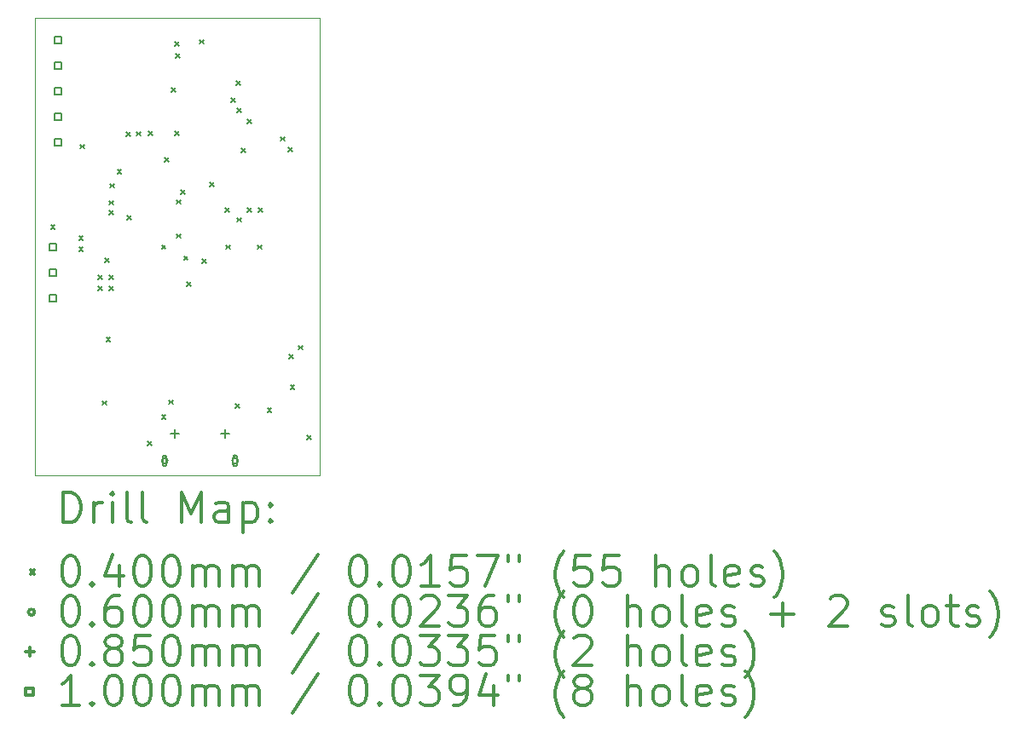
<source format=gbr>
%FSLAX45Y45*%
G04 Gerber Fmt 4.5, Leading zero omitted, Abs format (unit mm)*
G04 Created by KiCad (PCBNEW (5.1.10)-1) date 2021-07-24 18:54:30*
%MOMM*%
%LPD*%
G01*
G04 APERTURE LIST*
%TA.AperFunction,Profile*%
%ADD10C,0.050000*%
%TD*%
%ADD11C,0.200000*%
%ADD12C,0.300000*%
G04 APERTURE END LIST*
D10*
X15830000Y-6450000D02*
X15830000Y-6600000D01*
X13000000Y-6450000D02*
X15830000Y-6450000D01*
X13000000Y-6600000D02*
X13000000Y-6450000D01*
X15830000Y-11000000D02*
X15830000Y-6600000D01*
X13000000Y-6600000D02*
X13000000Y-11000000D01*
X13000000Y-11000000D02*
X15830000Y-11000000D01*
D11*
X13160000Y-8510000D02*
X13200000Y-8550000D01*
X13200000Y-8510000D02*
X13160000Y-8550000D01*
X13440000Y-8620000D02*
X13480000Y-8660000D01*
X13480000Y-8620000D02*
X13440000Y-8660000D01*
X13440000Y-8730000D02*
X13480000Y-8770000D01*
X13480000Y-8730000D02*
X13440000Y-8770000D01*
X13450000Y-7710000D02*
X13490000Y-7750000D01*
X13490000Y-7710000D02*
X13450000Y-7750000D01*
X13630000Y-9010000D02*
X13670000Y-9050000D01*
X13670000Y-9010000D02*
X13630000Y-9050000D01*
X13630000Y-9120000D02*
X13670000Y-9160000D01*
X13670000Y-9120000D02*
X13630000Y-9160000D01*
X13670000Y-10260000D02*
X13710000Y-10300000D01*
X13710000Y-10260000D02*
X13670000Y-10300000D01*
X13700000Y-8840000D02*
X13740000Y-8880000D01*
X13740000Y-8840000D02*
X13700000Y-8880000D01*
X13710000Y-9630000D02*
X13750000Y-9670000D01*
X13750000Y-9630000D02*
X13710000Y-9670000D01*
X13738734Y-8268734D02*
X13778734Y-8308734D01*
X13778734Y-8268734D02*
X13738734Y-8308734D01*
X13739999Y-8370000D02*
X13779999Y-8410000D01*
X13779999Y-8370000D02*
X13739999Y-8410000D01*
X13740000Y-9010000D02*
X13780000Y-9050000D01*
X13780000Y-9010000D02*
X13740000Y-9050000D01*
X13740000Y-9120000D02*
X13780000Y-9160000D01*
X13780000Y-9120000D02*
X13740000Y-9160000D01*
X13750000Y-8100000D02*
X13790000Y-8140000D01*
X13790000Y-8100000D02*
X13750000Y-8140000D01*
X13820000Y-7960000D02*
X13860000Y-8000000D01*
X13860000Y-7960000D02*
X13820000Y-8000000D01*
X13909370Y-7587232D02*
X13949370Y-7627232D01*
X13949370Y-7587232D02*
X13909370Y-7627232D01*
X13920000Y-8420000D02*
X13960000Y-8460000D01*
X13960000Y-8420000D02*
X13920000Y-8460000D01*
X14013735Y-7583735D02*
X14053735Y-7623735D01*
X14053735Y-7583735D02*
X14013735Y-7623735D01*
X14120000Y-10660000D02*
X14160000Y-10700000D01*
X14160000Y-10660000D02*
X14120000Y-10700000D01*
X14130000Y-7580000D02*
X14170000Y-7620000D01*
X14170000Y-7580000D02*
X14130000Y-7620000D01*
X14260000Y-8710000D02*
X14300000Y-8750000D01*
X14300000Y-8710000D02*
X14260000Y-8750000D01*
X14260000Y-10400000D02*
X14300000Y-10440000D01*
X14300000Y-10400000D02*
X14260000Y-10440000D01*
X14290000Y-7840000D02*
X14330000Y-7880000D01*
X14330000Y-7840000D02*
X14290000Y-7880000D01*
X14330000Y-10250000D02*
X14370000Y-10290000D01*
X14370000Y-10250000D02*
X14330000Y-10290000D01*
X14360000Y-7150000D02*
X14400000Y-7190000D01*
X14400000Y-7150000D02*
X14360000Y-7190000D01*
X14390000Y-6690000D02*
X14430000Y-6730000D01*
X14430000Y-6690000D02*
X14390000Y-6730000D01*
X14390000Y-7580000D02*
X14430000Y-7620000D01*
X14430000Y-7580000D02*
X14390000Y-7620000D01*
X14400000Y-6810000D02*
X14440000Y-6850000D01*
X14440000Y-6810000D02*
X14400000Y-6850000D01*
X14407499Y-8260342D02*
X14447499Y-8300342D01*
X14447499Y-8260342D02*
X14407499Y-8300342D01*
X14407499Y-8600000D02*
X14447499Y-8640000D01*
X14447499Y-8600000D02*
X14407499Y-8640000D01*
X14450000Y-8165900D02*
X14490000Y-8205900D01*
X14490000Y-8165900D02*
X14450000Y-8205900D01*
X14480000Y-8820000D02*
X14520000Y-8860000D01*
X14520000Y-8820000D02*
X14480000Y-8860000D01*
X14510000Y-9080000D02*
X14550000Y-9120000D01*
X14550000Y-9080000D02*
X14510000Y-9120000D01*
X14640000Y-6670000D02*
X14680000Y-6710000D01*
X14680000Y-6670000D02*
X14640000Y-6710000D01*
X14660000Y-8847500D02*
X14700000Y-8887500D01*
X14700000Y-8847500D02*
X14660000Y-8887500D01*
X14740000Y-8090000D02*
X14780000Y-8130000D01*
X14780000Y-8090000D02*
X14740000Y-8130000D01*
X14890000Y-8340000D02*
X14930000Y-8380000D01*
X14930000Y-8340000D02*
X14890000Y-8380000D01*
X14900000Y-8710000D02*
X14940000Y-8750000D01*
X14940000Y-8710000D02*
X14900000Y-8750000D01*
X14950000Y-7250000D02*
X14990000Y-7290000D01*
X14990000Y-7250000D02*
X14950000Y-7290000D01*
X14990000Y-10290000D02*
X15030000Y-10330000D01*
X15030000Y-10290000D02*
X14990000Y-10330000D01*
X15000000Y-7080000D02*
X15040000Y-7120000D01*
X15040000Y-7080000D02*
X15000000Y-7120000D01*
X15010000Y-7350000D02*
X15050000Y-7390000D01*
X15050000Y-7350000D02*
X15010000Y-7390000D01*
X15010000Y-8440000D02*
X15050000Y-8480000D01*
X15050000Y-8440000D02*
X15010000Y-8480000D01*
X15049999Y-7750000D02*
X15089999Y-7790000D01*
X15089999Y-7750000D02*
X15049999Y-7790000D01*
X15110000Y-7460000D02*
X15150000Y-7500000D01*
X15150000Y-7460000D02*
X15110000Y-7500000D01*
X15110000Y-8340000D02*
X15150000Y-8380000D01*
X15150000Y-8340000D02*
X15110000Y-8380000D01*
X15209999Y-8710000D02*
X15249999Y-8750000D01*
X15249999Y-8710000D02*
X15209999Y-8750000D01*
X15220000Y-8340000D02*
X15260000Y-8380000D01*
X15260000Y-8340000D02*
X15220000Y-8380000D01*
X15310000Y-10330000D02*
X15350000Y-10370000D01*
X15350000Y-10330000D02*
X15310000Y-10370000D01*
X15441366Y-7634515D02*
X15481366Y-7674515D01*
X15481366Y-7634515D02*
X15441366Y-7674515D01*
X15520000Y-7740000D02*
X15560000Y-7780000D01*
X15560000Y-7740000D02*
X15520000Y-7780000D01*
X15525000Y-9795000D02*
X15565000Y-9835000D01*
X15565000Y-9795000D02*
X15525000Y-9835000D01*
X15540000Y-10100000D02*
X15580000Y-10140000D01*
X15580000Y-10100000D02*
X15540000Y-10140000D01*
X15620000Y-9710000D02*
X15660000Y-9750000D01*
X15660000Y-9710000D02*
X15620000Y-9750000D01*
X15705000Y-10605000D02*
X15745000Y-10645000D01*
X15745000Y-10605000D02*
X15705000Y-10645000D01*
X14320000Y-10853750D02*
G75*
G03*
X14320000Y-10853750I-30000J0D01*
G01*
X14310000Y-10888750D02*
X14310000Y-10818750D01*
X14270000Y-10888750D02*
X14270000Y-10818750D01*
X14310000Y-10818750D02*
G75*
G03*
X14270000Y-10818750I-20000J0D01*
G01*
X14270000Y-10888750D02*
G75*
G03*
X14310000Y-10888750I20000J0D01*
G01*
X15020000Y-10853750D02*
G75*
G03*
X15020000Y-10853750I-30000J0D01*
G01*
X14970000Y-10818750D02*
X14970000Y-10888750D01*
X15010000Y-10818750D02*
X15010000Y-10888750D01*
X14970000Y-10888750D02*
G75*
G03*
X15010000Y-10888750I20000J0D01*
G01*
X15010000Y-10818750D02*
G75*
G03*
X14970000Y-10818750I-20000J0D01*
G01*
X14390000Y-10541250D02*
X14390000Y-10626250D01*
X14347500Y-10583750D02*
X14432500Y-10583750D01*
X14890000Y-10541250D02*
X14890000Y-10626250D01*
X14847500Y-10583750D02*
X14932500Y-10583750D01*
X13215356Y-8765356D02*
X13215356Y-8694644D01*
X13144644Y-8694644D01*
X13144644Y-8765356D01*
X13215356Y-8765356D01*
X13215356Y-9019356D02*
X13215356Y-8948644D01*
X13144644Y-8948644D01*
X13144644Y-9019356D01*
X13215356Y-9019356D01*
X13215356Y-9273356D02*
X13215356Y-9202644D01*
X13144644Y-9202644D01*
X13144644Y-9273356D01*
X13215356Y-9273356D01*
X13265356Y-6705356D02*
X13265356Y-6634644D01*
X13194644Y-6634644D01*
X13194644Y-6705356D01*
X13265356Y-6705356D01*
X13265356Y-6959356D02*
X13265356Y-6888644D01*
X13194644Y-6888644D01*
X13194644Y-6959356D01*
X13265356Y-6959356D01*
X13265356Y-7213356D02*
X13265356Y-7142644D01*
X13194644Y-7142644D01*
X13194644Y-7213356D01*
X13265356Y-7213356D01*
X13265356Y-7467356D02*
X13265356Y-7396644D01*
X13194644Y-7396644D01*
X13194644Y-7467356D01*
X13265356Y-7467356D01*
X13265356Y-7721356D02*
X13265356Y-7650644D01*
X13194644Y-7650644D01*
X13194644Y-7721356D01*
X13265356Y-7721356D01*
D12*
X13283928Y-11468214D02*
X13283928Y-11168214D01*
X13355357Y-11168214D01*
X13398214Y-11182500D01*
X13426786Y-11211071D01*
X13441071Y-11239643D01*
X13455357Y-11296786D01*
X13455357Y-11339643D01*
X13441071Y-11396786D01*
X13426786Y-11425357D01*
X13398214Y-11453929D01*
X13355357Y-11468214D01*
X13283928Y-11468214D01*
X13583928Y-11468214D02*
X13583928Y-11268214D01*
X13583928Y-11325357D02*
X13598214Y-11296786D01*
X13612500Y-11282500D01*
X13641071Y-11268214D01*
X13669643Y-11268214D01*
X13769643Y-11468214D02*
X13769643Y-11268214D01*
X13769643Y-11168214D02*
X13755357Y-11182500D01*
X13769643Y-11196786D01*
X13783928Y-11182500D01*
X13769643Y-11168214D01*
X13769643Y-11196786D01*
X13955357Y-11468214D02*
X13926786Y-11453929D01*
X13912500Y-11425357D01*
X13912500Y-11168214D01*
X14112500Y-11468214D02*
X14083928Y-11453929D01*
X14069643Y-11425357D01*
X14069643Y-11168214D01*
X14455357Y-11468214D02*
X14455357Y-11168214D01*
X14555357Y-11382500D01*
X14655357Y-11168214D01*
X14655357Y-11468214D01*
X14926786Y-11468214D02*
X14926786Y-11311071D01*
X14912500Y-11282500D01*
X14883928Y-11268214D01*
X14826786Y-11268214D01*
X14798214Y-11282500D01*
X14926786Y-11453929D02*
X14898214Y-11468214D01*
X14826786Y-11468214D01*
X14798214Y-11453929D01*
X14783928Y-11425357D01*
X14783928Y-11396786D01*
X14798214Y-11368214D01*
X14826786Y-11353929D01*
X14898214Y-11353929D01*
X14926786Y-11339643D01*
X15069643Y-11268214D02*
X15069643Y-11568214D01*
X15069643Y-11282500D02*
X15098214Y-11268214D01*
X15155357Y-11268214D01*
X15183928Y-11282500D01*
X15198214Y-11296786D01*
X15212500Y-11325357D01*
X15212500Y-11411071D01*
X15198214Y-11439643D01*
X15183928Y-11453929D01*
X15155357Y-11468214D01*
X15098214Y-11468214D01*
X15069643Y-11453929D01*
X15341071Y-11439643D02*
X15355357Y-11453929D01*
X15341071Y-11468214D01*
X15326786Y-11453929D01*
X15341071Y-11439643D01*
X15341071Y-11468214D01*
X15341071Y-11282500D02*
X15355357Y-11296786D01*
X15341071Y-11311071D01*
X15326786Y-11296786D01*
X15341071Y-11282500D01*
X15341071Y-11311071D01*
X12957500Y-11942500D02*
X12997500Y-11982500D01*
X12997500Y-11942500D02*
X12957500Y-11982500D01*
X13341071Y-11798214D02*
X13369643Y-11798214D01*
X13398214Y-11812500D01*
X13412500Y-11826786D01*
X13426786Y-11855357D01*
X13441071Y-11912500D01*
X13441071Y-11983929D01*
X13426786Y-12041071D01*
X13412500Y-12069643D01*
X13398214Y-12083929D01*
X13369643Y-12098214D01*
X13341071Y-12098214D01*
X13312500Y-12083929D01*
X13298214Y-12069643D01*
X13283928Y-12041071D01*
X13269643Y-11983929D01*
X13269643Y-11912500D01*
X13283928Y-11855357D01*
X13298214Y-11826786D01*
X13312500Y-11812500D01*
X13341071Y-11798214D01*
X13569643Y-12069643D02*
X13583928Y-12083929D01*
X13569643Y-12098214D01*
X13555357Y-12083929D01*
X13569643Y-12069643D01*
X13569643Y-12098214D01*
X13841071Y-11898214D02*
X13841071Y-12098214D01*
X13769643Y-11783929D02*
X13698214Y-11998214D01*
X13883928Y-11998214D01*
X14055357Y-11798214D02*
X14083928Y-11798214D01*
X14112500Y-11812500D01*
X14126786Y-11826786D01*
X14141071Y-11855357D01*
X14155357Y-11912500D01*
X14155357Y-11983929D01*
X14141071Y-12041071D01*
X14126786Y-12069643D01*
X14112500Y-12083929D01*
X14083928Y-12098214D01*
X14055357Y-12098214D01*
X14026786Y-12083929D01*
X14012500Y-12069643D01*
X13998214Y-12041071D01*
X13983928Y-11983929D01*
X13983928Y-11912500D01*
X13998214Y-11855357D01*
X14012500Y-11826786D01*
X14026786Y-11812500D01*
X14055357Y-11798214D01*
X14341071Y-11798214D02*
X14369643Y-11798214D01*
X14398214Y-11812500D01*
X14412500Y-11826786D01*
X14426786Y-11855357D01*
X14441071Y-11912500D01*
X14441071Y-11983929D01*
X14426786Y-12041071D01*
X14412500Y-12069643D01*
X14398214Y-12083929D01*
X14369643Y-12098214D01*
X14341071Y-12098214D01*
X14312500Y-12083929D01*
X14298214Y-12069643D01*
X14283928Y-12041071D01*
X14269643Y-11983929D01*
X14269643Y-11912500D01*
X14283928Y-11855357D01*
X14298214Y-11826786D01*
X14312500Y-11812500D01*
X14341071Y-11798214D01*
X14569643Y-12098214D02*
X14569643Y-11898214D01*
X14569643Y-11926786D02*
X14583928Y-11912500D01*
X14612500Y-11898214D01*
X14655357Y-11898214D01*
X14683928Y-11912500D01*
X14698214Y-11941071D01*
X14698214Y-12098214D01*
X14698214Y-11941071D02*
X14712500Y-11912500D01*
X14741071Y-11898214D01*
X14783928Y-11898214D01*
X14812500Y-11912500D01*
X14826786Y-11941071D01*
X14826786Y-12098214D01*
X14969643Y-12098214D02*
X14969643Y-11898214D01*
X14969643Y-11926786D02*
X14983928Y-11912500D01*
X15012500Y-11898214D01*
X15055357Y-11898214D01*
X15083928Y-11912500D01*
X15098214Y-11941071D01*
X15098214Y-12098214D01*
X15098214Y-11941071D02*
X15112500Y-11912500D01*
X15141071Y-11898214D01*
X15183928Y-11898214D01*
X15212500Y-11912500D01*
X15226786Y-11941071D01*
X15226786Y-12098214D01*
X15812500Y-11783929D02*
X15555357Y-12169643D01*
X16198214Y-11798214D02*
X16226786Y-11798214D01*
X16255357Y-11812500D01*
X16269643Y-11826786D01*
X16283928Y-11855357D01*
X16298214Y-11912500D01*
X16298214Y-11983929D01*
X16283928Y-12041071D01*
X16269643Y-12069643D01*
X16255357Y-12083929D01*
X16226786Y-12098214D01*
X16198214Y-12098214D01*
X16169643Y-12083929D01*
X16155357Y-12069643D01*
X16141071Y-12041071D01*
X16126786Y-11983929D01*
X16126786Y-11912500D01*
X16141071Y-11855357D01*
X16155357Y-11826786D01*
X16169643Y-11812500D01*
X16198214Y-11798214D01*
X16426786Y-12069643D02*
X16441071Y-12083929D01*
X16426786Y-12098214D01*
X16412500Y-12083929D01*
X16426786Y-12069643D01*
X16426786Y-12098214D01*
X16626786Y-11798214D02*
X16655357Y-11798214D01*
X16683928Y-11812500D01*
X16698214Y-11826786D01*
X16712500Y-11855357D01*
X16726786Y-11912500D01*
X16726786Y-11983929D01*
X16712500Y-12041071D01*
X16698214Y-12069643D01*
X16683928Y-12083929D01*
X16655357Y-12098214D01*
X16626786Y-12098214D01*
X16598214Y-12083929D01*
X16583928Y-12069643D01*
X16569643Y-12041071D01*
X16555357Y-11983929D01*
X16555357Y-11912500D01*
X16569643Y-11855357D01*
X16583928Y-11826786D01*
X16598214Y-11812500D01*
X16626786Y-11798214D01*
X17012500Y-12098214D02*
X16841071Y-12098214D01*
X16926786Y-12098214D02*
X16926786Y-11798214D01*
X16898214Y-11841071D01*
X16869643Y-11869643D01*
X16841071Y-11883929D01*
X17283928Y-11798214D02*
X17141071Y-11798214D01*
X17126786Y-11941071D01*
X17141071Y-11926786D01*
X17169643Y-11912500D01*
X17241071Y-11912500D01*
X17269643Y-11926786D01*
X17283928Y-11941071D01*
X17298214Y-11969643D01*
X17298214Y-12041071D01*
X17283928Y-12069643D01*
X17269643Y-12083929D01*
X17241071Y-12098214D01*
X17169643Y-12098214D01*
X17141071Y-12083929D01*
X17126786Y-12069643D01*
X17398214Y-11798214D02*
X17598214Y-11798214D01*
X17469643Y-12098214D01*
X17698214Y-11798214D02*
X17698214Y-11855357D01*
X17812500Y-11798214D02*
X17812500Y-11855357D01*
X18255357Y-12212500D02*
X18241071Y-12198214D01*
X18212500Y-12155357D01*
X18198214Y-12126786D01*
X18183928Y-12083929D01*
X18169643Y-12012500D01*
X18169643Y-11955357D01*
X18183928Y-11883929D01*
X18198214Y-11841071D01*
X18212500Y-11812500D01*
X18241071Y-11769643D01*
X18255357Y-11755357D01*
X18512500Y-11798214D02*
X18369643Y-11798214D01*
X18355357Y-11941071D01*
X18369643Y-11926786D01*
X18398214Y-11912500D01*
X18469643Y-11912500D01*
X18498214Y-11926786D01*
X18512500Y-11941071D01*
X18526786Y-11969643D01*
X18526786Y-12041071D01*
X18512500Y-12069643D01*
X18498214Y-12083929D01*
X18469643Y-12098214D01*
X18398214Y-12098214D01*
X18369643Y-12083929D01*
X18355357Y-12069643D01*
X18798214Y-11798214D02*
X18655357Y-11798214D01*
X18641071Y-11941071D01*
X18655357Y-11926786D01*
X18683928Y-11912500D01*
X18755357Y-11912500D01*
X18783928Y-11926786D01*
X18798214Y-11941071D01*
X18812500Y-11969643D01*
X18812500Y-12041071D01*
X18798214Y-12069643D01*
X18783928Y-12083929D01*
X18755357Y-12098214D01*
X18683928Y-12098214D01*
X18655357Y-12083929D01*
X18641071Y-12069643D01*
X19169643Y-12098214D02*
X19169643Y-11798214D01*
X19298214Y-12098214D02*
X19298214Y-11941071D01*
X19283928Y-11912500D01*
X19255357Y-11898214D01*
X19212500Y-11898214D01*
X19183928Y-11912500D01*
X19169643Y-11926786D01*
X19483928Y-12098214D02*
X19455357Y-12083929D01*
X19441071Y-12069643D01*
X19426786Y-12041071D01*
X19426786Y-11955357D01*
X19441071Y-11926786D01*
X19455357Y-11912500D01*
X19483928Y-11898214D01*
X19526786Y-11898214D01*
X19555357Y-11912500D01*
X19569643Y-11926786D01*
X19583928Y-11955357D01*
X19583928Y-12041071D01*
X19569643Y-12069643D01*
X19555357Y-12083929D01*
X19526786Y-12098214D01*
X19483928Y-12098214D01*
X19755357Y-12098214D02*
X19726786Y-12083929D01*
X19712500Y-12055357D01*
X19712500Y-11798214D01*
X19983928Y-12083929D02*
X19955357Y-12098214D01*
X19898214Y-12098214D01*
X19869643Y-12083929D01*
X19855357Y-12055357D01*
X19855357Y-11941071D01*
X19869643Y-11912500D01*
X19898214Y-11898214D01*
X19955357Y-11898214D01*
X19983928Y-11912500D01*
X19998214Y-11941071D01*
X19998214Y-11969643D01*
X19855357Y-11998214D01*
X20112500Y-12083929D02*
X20141071Y-12098214D01*
X20198214Y-12098214D01*
X20226786Y-12083929D01*
X20241071Y-12055357D01*
X20241071Y-12041071D01*
X20226786Y-12012500D01*
X20198214Y-11998214D01*
X20155357Y-11998214D01*
X20126786Y-11983929D01*
X20112500Y-11955357D01*
X20112500Y-11941071D01*
X20126786Y-11912500D01*
X20155357Y-11898214D01*
X20198214Y-11898214D01*
X20226786Y-11912500D01*
X20341071Y-12212500D02*
X20355357Y-12198214D01*
X20383928Y-12155357D01*
X20398214Y-12126786D01*
X20412500Y-12083929D01*
X20426786Y-12012500D01*
X20426786Y-11955357D01*
X20412500Y-11883929D01*
X20398214Y-11841071D01*
X20383928Y-11812500D01*
X20355357Y-11769643D01*
X20341071Y-11755357D01*
X12997500Y-12358500D02*
G75*
G03*
X12997500Y-12358500I-30000J0D01*
G01*
X13341071Y-12194214D02*
X13369643Y-12194214D01*
X13398214Y-12208500D01*
X13412500Y-12222786D01*
X13426786Y-12251357D01*
X13441071Y-12308500D01*
X13441071Y-12379929D01*
X13426786Y-12437071D01*
X13412500Y-12465643D01*
X13398214Y-12479929D01*
X13369643Y-12494214D01*
X13341071Y-12494214D01*
X13312500Y-12479929D01*
X13298214Y-12465643D01*
X13283928Y-12437071D01*
X13269643Y-12379929D01*
X13269643Y-12308500D01*
X13283928Y-12251357D01*
X13298214Y-12222786D01*
X13312500Y-12208500D01*
X13341071Y-12194214D01*
X13569643Y-12465643D02*
X13583928Y-12479929D01*
X13569643Y-12494214D01*
X13555357Y-12479929D01*
X13569643Y-12465643D01*
X13569643Y-12494214D01*
X13841071Y-12194214D02*
X13783928Y-12194214D01*
X13755357Y-12208500D01*
X13741071Y-12222786D01*
X13712500Y-12265643D01*
X13698214Y-12322786D01*
X13698214Y-12437071D01*
X13712500Y-12465643D01*
X13726786Y-12479929D01*
X13755357Y-12494214D01*
X13812500Y-12494214D01*
X13841071Y-12479929D01*
X13855357Y-12465643D01*
X13869643Y-12437071D01*
X13869643Y-12365643D01*
X13855357Y-12337071D01*
X13841071Y-12322786D01*
X13812500Y-12308500D01*
X13755357Y-12308500D01*
X13726786Y-12322786D01*
X13712500Y-12337071D01*
X13698214Y-12365643D01*
X14055357Y-12194214D02*
X14083928Y-12194214D01*
X14112500Y-12208500D01*
X14126786Y-12222786D01*
X14141071Y-12251357D01*
X14155357Y-12308500D01*
X14155357Y-12379929D01*
X14141071Y-12437071D01*
X14126786Y-12465643D01*
X14112500Y-12479929D01*
X14083928Y-12494214D01*
X14055357Y-12494214D01*
X14026786Y-12479929D01*
X14012500Y-12465643D01*
X13998214Y-12437071D01*
X13983928Y-12379929D01*
X13983928Y-12308500D01*
X13998214Y-12251357D01*
X14012500Y-12222786D01*
X14026786Y-12208500D01*
X14055357Y-12194214D01*
X14341071Y-12194214D02*
X14369643Y-12194214D01*
X14398214Y-12208500D01*
X14412500Y-12222786D01*
X14426786Y-12251357D01*
X14441071Y-12308500D01*
X14441071Y-12379929D01*
X14426786Y-12437071D01*
X14412500Y-12465643D01*
X14398214Y-12479929D01*
X14369643Y-12494214D01*
X14341071Y-12494214D01*
X14312500Y-12479929D01*
X14298214Y-12465643D01*
X14283928Y-12437071D01*
X14269643Y-12379929D01*
X14269643Y-12308500D01*
X14283928Y-12251357D01*
X14298214Y-12222786D01*
X14312500Y-12208500D01*
X14341071Y-12194214D01*
X14569643Y-12494214D02*
X14569643Y-12294214D01*
X14569643Y-12322786D02*
X14583928Y-12308500D01*
X14612500Y-12294214D01*
X14655357Y-12294214D01*
X14683928Y-12308500D01*
X14698214Y-12337071D01*
X14698214Y-12494214D01*
X14698214Y-12337071D02*
X14712500Y-12308500D01*
X14741071Y-12294214D01*
X14783928Y-12294214D01*
X14812500Y-12308500D01*
X14826786Y-12337071D01*
X14826786Y-12494214D01*
X14969643Y-12494214D02*
X14969643Y-12294214D01*
X14969643Y-12322786D02*
X14983928Y-12308500D01*
X15012500Y-12294214D01*
X15055357Y-12294214D01*
X15083928Y-12308500D01*
X15098214Y-12337071D01*
X15098214Y-12494214D01*
X15098214Y-12337071D02*
X15112500Y-12308500D01*
X15141071Y-12294214D01*
X15183928Y-12294214D01*
X15212500Y-12308500D01*
X15226786Y-12337071D01*
X15226786Y-12494214D01*
X15812500Y-12179929D02*
X15555357Y-12565643D01*
X16198214Y-12194214D02*
X16226786Y-12194214D01*
X16255357Y-12208500D01*
X16269643Y-12222786D01*
X16283928Y-12251357D01*
X16298214Y-12308500D01*
X16298214Y-12379929D01*
X16283928Y-12437071D01*
X16269643Y-12465643D01*
X16255357Y-12479929D01*
X16226786Y-12494214D01*
X16198214Y-12494214D01*
X16169643Y-12479929D01*
X16155357Y-12465643D01*
X16141071Y-12437071D01*
X16126786Y-12379929D01*
X16126786Y-12308500D01*
X16141071Y-12251357D01*
X16155357Y-12222786D01*
X16169643Y-12208500D01*
X16198214Y-12194214D01*
X16426786Y-12465643D02*
X16441071Y-12479929D01*
X16426786Y-12494214D01*
X16412500Y-12479929D01*
X16426786Y-12465643D01*
X16426786Y-12494214D01*
X16626786Y-12194214D02*
X16655357Y-12194214D01*
X16683928Y-12208500D01*
X16698214Y-12222786D01*
X16712500Y-12251357D01*
X16726786Y-12308500D01*
X16726786Y-12379929D01*
X16712500Y-12437071D01*
X16698214Y-12465643D01*
X16683928Y-12479929D01*
X16655357Y-12494214D01*
X16626786Y-12494214D01*
X16598214Y-12479929D01*
X16583928Y-12465643D01*
X16569643Y-12437071D01*
X16555357Y-12379929D01*
X16555357Y-12308500D01*
X16569643Y-12251357D01*
X16583928Y-12222786D01*
X16598214Y-12208500D01*
X16626786Y-12194214D01*
X16841071Y-12222786D02*
X16855357Y-12208500D01*
X16883928Y-12194214D01*
X16955357Y-12194214D01*
X16983928Y-12208500D01*
X16998214Y-12222786D01*
X17012500Y-12251357D01*
X17012500Y-12279929D01*
X16998214Y-12322786D01*
X16826786Y-12494214D01*
X17012500Y-12494214D01*
X17112500Y-12194214D02*
X17298214Y-12194214D01*
X17198214Y-12308500D01*
X17241071Y-12308500D01*
X17269643Y-12322786D01*
X17283928Y-12337071D01*
X17298214Y-12365643D01*
X17298214Y-12437071D01*
X17283928Y-12465643D01*
X17269643Y-12479929D01*
X17241071Y-12494214D01*
X17155357Y-12494214D01*
X17126786Y-12479929D01*
X17112500Y-12465643D01*
X17555357Y-12194214D02*
X17498214Y-12194214D01*
X17469643Y-12208500D01*
X17455357Y-12222786D01*
X17426786Y-12265643D01*
X17412500Y-12322786D01*
X17412500Y-12437071D01*
X17426786Y-12465643D01*
X17441071Y-12479929D01*
X17469643Y-12494214D01*
X17526786Y-12494214D01*
X17555357Y-12479929D01*
X17569643Y-12465643D01*
X17583928Y-12437071D01*
X17583928Y-12365643D01*
X17569643Y-12337071D01*
X17555357Y-12322786D01*
X17526786Y-12308500D01*
X17469643Y-12308500D01*
X17441071Y-12322786D01*
X17426786Y-12337071D01*
X17412500Y-12365643D01*
X17698214Y-12194214D02*
X17698214Y-12251357D01*
X17812500Y-12194214D02*
X17812500Y-12251357D01*
X18255357Y-12608500D02*
X18241071Y-12594214D01*
X18212500Y-12551357D01*
X18198214Y-12522786D01*
X18183928Y-12479929D01*
X18169643Y-12408500D01*
X18169643Y-12351357D01*
X18183928Y-12279929D01*
X18198214Y-12237071D01*
X18212500Y-12208500D01*
X18241071Y-12165643D01*
X18255357Y-12151357D01*
X18426786Y-12194214D02*
X18455357Y-12194214D01*
X18483928Y-12208500D01*
X18498214Y-12222786D01*
X18512500Y-12251357D01*
X18526786Y-12308500D01*
X18526786Y-12379929D01*
X18512500Y-12437071D01*
X18498214Y-12465643D01*
X18483928Y-12479929D01*
X18455357Y-12494214D01*
X18426786Y-12494214D01*
X18398214Y-12479929D01*
X18383928Y-12465643D01*
X18369643Y-12437071D01*
X18355357Y-12379929D01*
X18355357Y-12308500D01*
X18369643Y-12251357D01*
X18383928Y-12222786D01*
X18398214Y-12208500D01*
X18426786Y-12194214D01*
X18883928Y-12494214D02*
X18883928Y-12194214D01*
X19012500Y-12494214D02*
X19012500Y-12337071D01*
X18998214Y-12308500D01*
X18969643Y-12294214D01*
X18926786Y-12294214D01*
X18898214Y-12308500D01*
X18883928Y-12322786D01*
X19198214Y-12494214D02*
X19169643Y-12479929D01*
X19155357Y-12465643D01*
X19141071Y-12437071D01*
X19141071Y-12351357D01*
X19155357Y-12322786D01*
X19169643Y-12308500D01*
X19198214Y-12294214D01*
X19241071Y-12294214D01*
X19269643Y-12308500D01*
X19283928Y-12322786D01*
X19298214Y-12351357D01*
X19298214Y-12437071D01*
X19283928Y-12465643D01*
X19269643Y-12479929D01*
X19241071Y-12494214D01*
X19198214Y-12494214D01*
X19469643Y-12494214D02*
X19441071Y-12479929D01*
X19426786Y-12451357D01*
X19426786Y-12194214D01*
X19698214Y-12479929D02*
X19669643Y-12494214D01*
X19612500Y-12494214D01*
X19583928Y-12479929D01*
X19569643Y-12451357D01*
X19569643Y-12337071D01*
X19583928Y-12308500D01*
X19612500Y-12294214D01*
X19669643Y-12294214D01*
X19698214Y-12308500D01*
X19712500Y-12337071D01*
X19712500Y-12365643D01*
X19569643Y-12394214D01*
X19826786Y-12479929D02*
X19855357Y-12494214D01*
X19912500Y-12494214D01*
X19941071Y-12479929D01*
X19955357Y-12451357D01*
X19955357Y-12437071D01*
X19941071Y-12408500D01*
X19912500Y-12394214D01*
X19869643Y-12394214D01*
X19841071Y-12379929D01*
X19826786Y-12351357D01*
X19826786Y-12337071D01*
X19841071Y-12308500D01*
X19869643Y-12294214D01*
X19912500Y-12294214D01*
X19941071Y-12308500D01*
X20312500Y-12379929D02*
X20541071Y-12379929D01*
X20426786Y-12494214D02*
X20426786Y-12265643D01*
X20898214Y-12222786D02*
X20912500Y-12208500D01*
X20941071Y-12194214D01*
X21012500Y-12194214D01*
X21041071Y-12208500D01*
X21055357Y-12222786D01*
X21069643Y-12251357D01*
X21069643Y-12279929D01*
X21055357Y-12322786D01*
X20883928Y-12494214D01*
X21069643Y-12494214D01*
X21412500Y-12479929D02*
X21441071Y-12494214D01*
X21498214Y-12494214D01*
X21526786Y-12479929D01*
X21541071Y-12451357D01*
X21541071Y-12437071D01*
X21526786Y-12408500D01*
X21498214Y-12394214D01*
X21455357Y-12394214D01*
X21426786Y-12379929D01*
X21412500Y-12351357D01*
X21412500Y-12337071D01*
X21426786Y-12308500D01*
X21455357Y-12294214D01*
X21498214Y-12294214D01*
X21526786Y-12308500D01*
X21712500Y-12494214D02*
X21683928Y-12479929D01*
X21669643Y-12451357D01*
X21669643Y-12194214D01*
X21869643Y-12494214D02*
X21841071Y-12479929D01*
X21826786Y-12465643D01*
X21812500Y-12437071D01*
X21812500Y-12351357D01*
X21826786Y-12322786D01*
X21841071Y-12308500D01*
X21869643Y-12294214D01*
X21912500Y-12294214D01*
X21941071Y-12308500D01*
X21955357Y-12322786D01*
X21969643Y-12351357D01*
X21969643Y-12437071D01*
X21955357Y-12465643D01*
X21941071Y-12479929D01*
X21912500Y-12494214D01*
X21869643Y-12494214D01*
X22055357Y-12294214D02*
X22169643Y-12294214D01*
X22098214Y-12194214D02*
X22098214Y-12451357D01*
X22112500Y-12479929D01*
X22141071Y-12494214D01*
X22169643Y-12494214D01*
X22255357Y-12479929D02*
X22283928Y-12494214D01*
X22341071Y-12494214D01*
X22369643Y-12479929D01*
X22383928Y-12451357D01*
X22383928Y-12437071D01*
X22369643Y-12408500D01*
X22341071Y-12394214D01*
X22298214Y-12394214D01*
X22269643Y-12379929D01*
X22255357Y-12351357D01*
X22255357Y-12337071D01*
X22269643Y-12308500D01*
X22298214Y-12294214D01*
X22341071Y-12294214D01*
X22369643Y-12308500D01*
X22483928Y-12608500D02*
X22498214Y-12594214D01*
X22526786Y-12551357D01*
X22541071Y-12522786D01*
X22555357Y-12479929D01*
X22569643Y-12408500D01*
X22569643Y-12351357D01*
X22555357Y-12279929D01*
X22541071Y-12237071D01*
X22526786Y-12208500D01*
X22498214Y-12165643D01*
X22483928Y-12151357D01*
X12955000Y-12712000D02*
X12955000Y-12797000D01*
X12912500Y-12754500D02*
X12997500Y-12754500D01*
X13341071Y-12590214D02*
X13369643Y-12590214D01*
X13398214Y-12604500D01*
X13412500Y-12618786D01*
X13426786Y-12647357D01*
X13441071Y-12704500D01*
X13441071Y-12775929D01*
X13426786Y-12833071D01*
X13412500Y-12861643D01*
X13398214Y-12875929D01*
X13369643Y-12890214D01*
X13341071Y-12890214D01*
X13312500Y-12875929D01*
X13298214Y-12861643D01*
X13283928Y-12833071D01*
X13269643Y-12775929D01*
X13269643Y-12704500D01*
X13283928Y-12647357D01*
X13298214Y-12618786D01*
X13312500Y-12604500D01*
X13341071Y-12590214D01*
X13569643Y-12861643D02*
X13583928Y-12875929D01*
X13569643Y-12890214D01*
X13555357Y-12875929D01*
X13569643Y-12861643D01*
X13569643Y-12890214D01*
X13755357Y-12718786D02*
X13726786Y-12704500D01*
X13712500Y-12690214D01*
X13698214Y-12661643D01*
X13698214Y-12647357D01*
X13712500Y-12618786D01*
X13726786Y-12604500D01*
X13755357Y-12590214D01*
X13812500Y-12590214D01*
X13841071Y-12604500D01*
X13855357Y-12618786D01*
X13869643Y-12647357D01*
X13869643Y-12661643D01*
X13855357Y-12690214D01*
X13841071Y-12704500D01*
X13812500Y-12718786D01*
X13755357Y-12718786D01*
X13726786Y-12733071D01*
X13712500Y-12747357D01*
X13698214Y-12775929D01*
X13698214Y-12833071D01*
X13712500Y-12861643D01*
X13726786Y-12875929D01*
X13755357Y-12890214D01*
X13812500Y-12890214D01*
X13841071Y-12875929D01*
X13855357Y-12861643D01*
X13869643Y-12833071D01*
X13869643Y-12775929D01*
X13855357Y-12747357D01*
X13841071Y-12733071D01*
X13812500Y-12718786D01*
X14141071Y-12590214D02*
X13998214Y-12590214D01*
X13983928Y-12733071D01*
X13998214Y-12718786D01*
X14026786Y-12704500D01*
X14098214Y-12704500D01*
X14126786Y-12718786D01*
X14141071Y-12733071D01*
X14155357Y-12761643D01*
X14155357Y-12833071D01*
X14141071Y-12861643D01*
X14126786Y-12875929D01*
X14098214Y-12890214D01*
X14026786Y-12890214D01*
X13998214Y-12875929D01*
X13983928Y-12861643D01*
X14341071Y-12590214D02*
X14369643Y-12590214D01*
X14398214Y-12604500D01*
X14412500Y-12618786D01*
X14426786Y-12647357D01*
X14441071Y-12704500D01*
X14441071Y-12775929D01*
X14426786Y-12833071D01*
X14412500Y-12861643D01*
X14398214Y-12875929D01*
X14369643Y-12890214D01*
X14341071Y-12890214D01*
X14312500Y-12875929D01*
X14298214Y-12861643D01*
X14283928Y-12833071D01*
X14269643Y-12775929D01*
X14269643Y-12704500D01*
X14283928Y-12647357D01*
X14298214Y-12618786D01*
X14312500Y-12604500D01*
X14341071Y-12590214D01*
X14569643Y-12890214D02*
X14569643Y-12690214D01*
X14569643Y-12718786D02*
X14583928Y-12704500D01*
X14612500Y-12690214D01*
X14655357Y-12690214D01*
X14683928Y-12704500D01*
X14698214Y-12733071D01*
X14698214Y-12890214D01*
X14698214Y-12733071D02*
X14712500Y-12704500D01*
X14741071Y-12690214D01*
X14783928Y-12690214D01*
X14812500Y-12704500D01*
X14826786Y-12733071D01*
X14826786Y-12890214D01*
X14969643Y-12890214D02*
X14969643Y-12690214D01*
X14969643Y-12718786D02*
X14983928Y-12704500D01*
X15012500Y-12690214D01*
X15055357Y-12690214D01*
X15083928Y-12704500D01*
X15098214Y-12733071D01*
X15098214Y-12890214D01*
X15098214Y-12733071D02*
X15112500Y-12704500D01*
X15141071Y-12690214D01*
X15183928Y-12690214D01*
X15212500Y-12704500D01*
X15226786Y-12733071D01*
X15226786Y-12890214D01*
X15812500Y-12575929D02*
X15555357Y-12961643D01*
X16198214Y-12590214D02*
X16226786Y-12590214D01*
X16255357Y-12604500D01*
X16269643Y-12618786D01*
X16283928Y-12647357D01*
X16298214Y-12704500D01*
X16298214Y-12775929D01*
X16283928Y-12833071D01*
X16269643Y-12861643D01*
X16255357Y-12875929D01*
X16226786Y-12890214D01*
X16198214Y-12890214D01*
X16169643Y-12875929D01*
X16155357Y-12861643D01*
X16141071Y-12833071D01*
X16126786Y-12775929D01*
X16126786Y-12704500D01*
X16141071Y-12647357D01*
X16155357Y-12618786D01*
X16169643Y-12604500D01*
X16198214Y-12590214D01*
X16426786Y-12861643D02*
X16441071Y-12875929D01*
X16426786Y-12890214D01*
X16412500Y-12875929D01*
X16426786Y-12861643D01*
X16426786Y-12890214D01*
X16626786Y-12590214D02*
X16655357Y-12590214D01*
X16683928Y-12604500D01*
X16698214Y-12618786D01*
X16712500Y-12647357D01*
X16726786Y-12704500D01*
X16726786Y-12775929D01*
X16712500Y-12833071D01*
X16698214Y-12861643D01*
X16683928Y-12875929D01*
X16655357Y-12890214D01*
X16626786Y-12890214D01*
X16598214Y-12875929D01*
X16583928Y-12861643D01*
X16569643Y-12833071D01*
X16555357Y-12775929D01*
X16555357Y-12704500D01*
X16569643Y-12647357D01*
X16583928Y-12618786D01*
X16598214Y-12604500D01*
X16626786Y-12590214D01*
X16826786Y-12590214D02*
X17012500Y-12590214D01*
X16912500Y-12704500D01*
X16955357Y-12704500D01*
X16983928Y-12718786D01*
X16998214Y-12733071D01*
X17012500Y-12761643D01*
X17012500Y-12833071D01*
X16998214Y-12861643D01*
X16983928Y-12875929D01*
X16955357Y-12890214D01*
X16869643Y-12890214D01*
X16841071Y-12875929D01*
X16826786Y-12861643D01*
X17112500Y-12590214D02*
X17298214Y-12590214D01*
X17198214Y-12704500D01*
X17241071Y-12704500D01*
X17269643Y-12718786D01*
X17283928Y-12733071D01*
X17298214Y-12761643D01*
X17298214Y-12833071D01*
X17283928Y-12861643D01*
X17269643Y-12875929D01*
X17241071Y-12890214D01*
X17155357Y-12890214D01*
X17126786Y-12875929D01*
X17112500Y-12861643D01*
X17569643Y-12590214D02*
X17426786Y-12590214D01*
X17412500Y-12733071D01*
X17426786Y-12718786D01*
X17455357Y-12704500D01*
X17526786Y-12704500D01*
X17555357Y-12718786D01*
X17569643Y-12733071D01*
X17583928Y-12761643D01*
X17583928Y-12833071D01*
X17569643Y-12861643D01*
X17555357Y-12875929D01*
X17526786Y-12890214D01*
X17455357Y-12890214D01*
X17426786Y-12875929D01*
X17412500Y-12861643D01*
X17698214Y-12590214D02*
X17698214Y-12647357D01*
X17812500Y-12590214D02*
X17812500Y-12647357D01*
X18255357Y-13004500D02*
X18241071Y-12990214D01*
X18212500Y-12947357D01*
X18198214Y-12918786D01*
X18183928Y-12875929D01*
X18169643Y-12804500D01*
X18169643Y-12747357D01*
X18183928Y-12675929D01*
X18198214Y-12633071D01*
X18212500Y-12604500D01*
X18241071Y-12561643D01*
X18255357Y-12547357D01*
X18355357Y-12618786D02*
X18369643Y-12604500D01*
X18398214Y-12590214D01*
X18469643Y-12590214D01*
X18498214Y-12604500D01*
X18512500Y-12618786D01*
X18526786Y-12647357D01*
X18526786Y-12675929D01*
X18512500Y-12718786D01*
X18341071Y-12890214D01*
X18526786Y-12890214D01*
X18883928Y-12890214D02*
X18883928Y-12590214D01*
X19012500Y-12890214D02*
X19012500Y-12733071D01*
X18998214Y-12704500D01*
X18969643Y-12690214D01*
X18926786Y-12690214D01*
X18898214Y-12704500D01*
X18883928Y-12718786D01*
X19198214Y-12890214D02*
X19169643Y-12875929D01*
X19155357Y-12861643D01*
X19141071Y-12833071D01*
X19141071Y-12747357D01*
X19155357Y-12718786D01*
X19169643Y-12704500D01*
X19198214Y-12690214D01*
X19241071Y-12690214D01*
X19269643Y-12704500D01*
X19283928Y-12718786D01*
X19298214Y-12747357D01*
X19298214Y-12833071D01*
X19283928Y-12861643D01*
X19269643Y-12875929D01*
X19241071Y-12890214D01*
X19198214Y-12890214D01*
X19469643Y-12890214D02*
X19441071Y-12875929D01*
X19426786Y-12847357D01*
X19426786Y-12590214D01*
X19698214Y-12875929D02*
X19669643Y-12890214D01*
X19612500Y-12890214D01*
X19583928Y-12875929D01*
X19569643Y-12847357D01*
X19569643Y-12733071D01*
X19583928Y-12704500D01*
X19612500Y-12690214D01*
X19669643Y-12690214D01*
X19698214Y-12704500D01*
X19712500Y-12733071D01*
X19712500Y-12761643D01*
X19569643Y-12790214D01*
X19826786Y-12875929D02*
X19855357Y-12890214D01*
X19912500Y-12890214D01*
X19941071Y-12875929D01*
X19955357Y-12847357D01*
X19955357Y-12833071D01*
X19941071Y-12804500D01*
X19912500Y-12790214D01*
X19869643Y-12790214D01*
X19841071Y-12775929D01*
X19826786Y-12747357D01*
X19826786Y-12733071D01*
X19841071Y-12704500D01*
X19869643Y-12690214D01*
X19912500Y-12690214D01*
X19941071Y-12704500D01*
X20055357Y-13004500D02*
X20069643Y-12990214D01*
X20098214Y-12947357D01*
X20112500Y-12918786D01*
X20126786Y-12875929D01*
X20141071Y-12804500D01*
X20141071Y-12747357D01*
X20126786Y-12675929D01*
X20112500Y-12633071D01*
X20098214Y-12604500D01*
X20069643Y-12561643D01*
X20055357Y-12547357D01*
X12982856Y-13185856D02*
X12982856Y-13115144D01*
X12912144Y-13115144D01*
X12912144Y-13185856D01*
X12982856Y-13185856D01*
X13441071Y-13286214D02*
X13269643Y-13286214D01*
X13355357Y-13286214D02*
X13355357Y-12986214D01*
X13326786Y-13029071D01*
X13298214Y-13057643D01*
X13269643Y-13071929D01*
X13569643Y-13257643D02*
X13583928Y-13271929D01*
X13569643Y-13286214D01*
X13555357Y-13271929D01*
X13569643Y-13257643D01*
X13569643Y-13286214D01*
X13769643Y-12986214D02*
X13798214Y-12986214D01*
X13826786Y-13000500D01*
X13841071Y-13014786D01*
X13855357Y-13043357D01*
X13869643Y-13100500D01*
X13869643Y-13171929D01*
X13855357Y-13229071D01*
X13841071Y-13257643D01*
X13826786Y-13271929D01*
X13798214Y-13286214D01*
X13769643Y-13286214D01*
X13741071Y-13271929D01*
X13726786Y-13257643D01*
X13712500Y-13229071D01*
X13698214Y-13171929D01*
X13698214Y-13100500D01*
X13712500Y-13043357D01*
X13726786Y-13014786D01*
X13741071Y-13000500D01*
X13769643Y-12986214D01*
X14055357Y-12986214D02*
X14083928Y-12986214D01*
X14112500Y-13000500D01*
X14126786Y-13014786D01*
X14141071Y-13043357D01*
X14155357Y-13100500D01*
X14155357Y-13171929D01*
X14141071Y-13229071D01*
X14126786Y-13257643D01*
X14112500Y-13271929D01*
X14083928Y-13286214D01*
X14055357Y-13286214D01*
X14026786Y-13271929D01*
X14012500Y-13257643D01*
X13998214Y-13229071D01*
X13983928Y-13171929D01*
X13983928Y-13100500D01*
X13998214Y-13043357D01*
X14012500Y-13014786D01*
X14026786Y-13000500D01*
X14055357Y-12986214D01*
X14341071Y-12986214D02*
X14369643Y-12986214D01*
X14398214Y-13000500D01*
X14412500Y-13014786D01*
X14426786Y-13043357D01*
X14441071Y-13100500D01*
X14441071Y-13171929D01*
X14426786Y-13229071D01*
X14412500Y-13257643D01*
X14398214Y-13271929D01*
X14369643Y-13286214D01*
X14341071Y-13286214D01*
X14312500Y-13271929D01*
X14298214Y-13257643D01*
X14283928Y-13229071D01*
X14269643Y-13171929D01*
X14269643Y-13100500D01*
X14283928Y-13043357D01*
X14298214Y-13014786D01*
X14312500Y-13000500D01*
X14341071Y-12986214D01*
X14569643Y-13286214D02*
X14569643Y-13086214D01*
X14569643Y-13114786D02*
X14583928Y-13100500D01*
X14612500Y-13086214D01*
X14655357Y-13086214D01*
X14683928Y-13100500D01*
X14698214Y-13129071D01*
X14698214Y-13286214D01*
X14698214Y-13129071D02*
X14712500Y-13100500D01*
X14741071Y-13086214D01*
X14783928Y-13086214D01*
X14812500Y-13100500D01*
X14826786Y-13129071D01*
X14826786Y-13286214D01*
X14969643Y-13286214D02*
X14969643Y-13086214D01*
X14969643Y-13114786D02*
X14983928Y-13100500D01*
X15012500Y-13086214D01*
X15055357Y-13086214D01*
X15083928Y-13100500D01*
X15098214Y-13129071D01*
X15098214Y-13286214D01*
X15098214Y-13129071D02*
X15112500Y-13100500D01*
X15141071Y-13086214D01*
X15183928Y-13086214D01*
X15212500Y-13100500D01*
X15226786Y-13129071D01*
X15226786Y-13286214D01*
X15812500Y-12971929D02*
X15555357Y-13357643D01*
X16198214Y-12986214D02*
X16226786Y-12986214D01*
X16255357Y-13000500D01*
X16269643Y-13014786D01*
X16283928Y-13043357D01*
X16298214Y-13100500D01*
X16298214Y-13171929D01*
X16283928Y-13229071D01*
X16269643Y-13257643D01*
X16255357Y-13271929D01*
X16226786Y-13286214D01*
X16198214Y-13286214D01*
X16169643Y-13271929D01*
X16155357Y-13257643D01*
X16141071Y-13229071D01*
X16126786Y-13171929D01*
X16126786Y-13100500D01*
X16141071Y-13043357D01*
X16155357Y-13014786D01*
X16169643Y-13000500D01*
X16198214Y-12986214D01*
X16426786Y-13257643D02*
X16441071Y-13271929D01*
X16426786Y-13286214D01*
X16412500Y-13271929D01*
X16426786Y-13257643D01*
X16426786Y-13286214D01*
X16626786Y-12986214D02*
X16655357Y-12986214D01*
X16683928Y-13000500D01*
X16698214Y-13014786D01*
X16712500Y-13043357D01*
X16726786Y-13100500D01*
X16726786Y-13171929D01*
X16712500Y-13229071D01*
X16698214Y-13257643D01*
X16683928Y-13271929D01*
X16655357Y-13286214D01*
X16626786Y-13286214D01*
X16598214Y-13271929D01*
X16583928Y-13257643D01*
X16569643Y-13229071D01*
X16555357Y-13171929D01*
X16555357Y-13100500D01*
X16569643Y-13043357D01*
X16583928Y-13014786D01*
X16598214Y-13000500D01*
X16626786Y-12986214D01*
X16826786Y-12986214D02*
X17012500Y-12986214D01*
X16912500Y-13100500D01*
X16955357Y-13100500D01*
X16983928Y-13114786D01*
X16998214Y-13129071D01*
X17012500Y-13157643D01*
X17012500Y-13229071D01*
X16998214Y-13257643D01*
X16983928Y-13271929D01*
X16955357Y-13286214D01*
X16869643Y-13286214D01*
X16841071Y-13271929D01*
X16826786Y-13257643D01*
X17155357Y-13286214D02*
X17212500Y-13286214D01*
X17241071Y-13271929D01*
X17255357Y-13257643D01*
X17283928Y-13214786D01*
X17298214Y-13157643D01*
X17298214Y-13043357D01*
X17283928Y-13014786D01*
X17269643Y-13000500D01*
X17241071Y-12986214D01*
X17183928Y-12986214D01*
X17155357Y-13000500D01*
X17141071Y-13014786D01*
X17126786Y-13043357D01*
X17126786Y-13114786D01*
X17141071Y-13143357D01*
X17155357Y-13157643D01*
X17183928Y-13171929D01*
X17241071Y-13171929D01*
X17269643Y-13157643D01*
X17283928Y-13143357D01*
X17298214Y-13114786D01*
X17555357Y-13086214D02*
X17555357Y-13286214D01*
X17483928Y-12971929D02*
X17412500Y-13186214D01*
X17598214Y-13186214D01*
X17698214Y-12986214D02*
X17698214Y-13043357D01*
X17812500Y-12986214D02*
X17812500Y-13043357D01*
X18255357Y-13400500D02*
X18241071Y-13386214D01*
X18212500Y-13343357D01*
X18198214Y-13314786D01*
X18183928Y-13271929D01*
X18169643Y-13200500D01*
X18169643Y-13143357D01*
X18183928Y-13071929D01*
X18198214Y-13029071D01*
X18212500Y-13000500D01*
X18241071Y-12957643D01*
X18255357Y-12943357D01*
X18412500Y-13114786D02*
X18383928Y-13100500D01*
X18369643Y-13086214D01*
X18355357Y-13057643D01*
X18355357Y-13043357D01*
X18369643Y-13014786D01*
X18383928Y-13000500D01*
X18412500Y-12986214D01*
X18469643Y-12986214D01*
X18498214Y-13000500D01*
X18512500Y-13014786D01*
X18526786Y-13043357D01*
X18526786Y-13057643D01*
X18512500Y-13086214D01*
X18498214Y-13100500D01*
X18469643Y-13114786D01*
X18412500Y-13114786D01*
X18383928Y-13129071D01*
X18369643Y-13143357D01*
X18355357Y-13171929D01*
X18355357Y-13229071D01*
X18369643Y-13257643D01*
X18383928Y-13271929D01*
X18412500Y-13286214D01*
X18469643Y-13286214D01*
X18498214Y-13271929D01*
X18512500Y-13257643D01*
X18526786Y-13229071D01*
X18526786Y-13171929D01*
X18512500Y-13143357D01*
X18498214Y-13129071D01*
X18469643Y-13114786D01*
X18883928Y-13286214D02*
X18883928Y-12986214D01*
X19012500Y-13286214D02*
X19012500Y-13129071D01*
X18998214Y-13100500D01*
X18969643Y-13086214D01*
X18926786Y-13086214D01*
X18898214Y-13100500D01*
X18883928Y-13114786D01*
X19198214Y-13286214D02*
X19169643Y-13271929D01*
X19155357Y-13257643D01*
X19141071Y-13229071D01*
X19141071Y-13143357D01*
X19155357Y-13114786D01*
X19169643Y-13100500D01*
X19198214Y-13086214D01*
X19241071Y-13086214D01*
X19269643Y-13100500D01*
X19283928Y-13114786D01*
X19298214Y-13143357D01*
X19298214Y-13229071D01*
X19283928Y-13257643D01*
X19269643Y-13271929D01*
X19241071Y-13286214D01*
X19198214Y-13286214D01*
X19469643Y-13286214D02*
X19441071Y-13271929D01*
X19426786Y-13243357D01*
X19426786Y-12986214D01*
X19698214Y-13271929D02*
X19669643Y-13286214D01*
X19612500Y-13286214D01*
X19583928Y-13271929D01*
X19569643Y-13243357D01*
X19569643Y-13129071D01*
X19583928Y-13100500D01*
X19612500Y-13086214D01*
X19669643Y-13086214D01*
X19698214Y-13100500D01*
X19712500Y-13129071D01*
X19712500Y-13157643D01*
X19569643Y-13186214D01*
X19826786Y-13271929D02*
X19855357Y-13286214D01*
X19912500Y-13286214D01*
X19941071Y-13271929D01*
X19955357Y-13243357D01*
X19955357Y-13229071D01*
X19941071Y-13200500D01*
X19912500Y-13186214D01*
X19869643Y-13186214D01*
X19841071Y-13171929D01*
X19826786Y-13143357D01*
X19826786Y-13129071D01*
X19841071Y-13100500D01*
X19869643Y-13086214D01*
X19912500Y-13086214D01*
X19941071Y-13100500D01*
X20055357Y-13400500D02*
X20069643Y-13386214D01*
X20098214Y-13343357D01*
X20112500Y-13314786D01*
X20126786Y-13271929D01*
X20141071Y-13200500D01*
X20141071Y-13143357D01*
X20126786Y-13071929D01*
X20112500Y-13029071D01*
X20098214Y-13000500D01*
X20069643Y-12957643D01*
X20055357Y-12943357D01*
M02*

</source>
